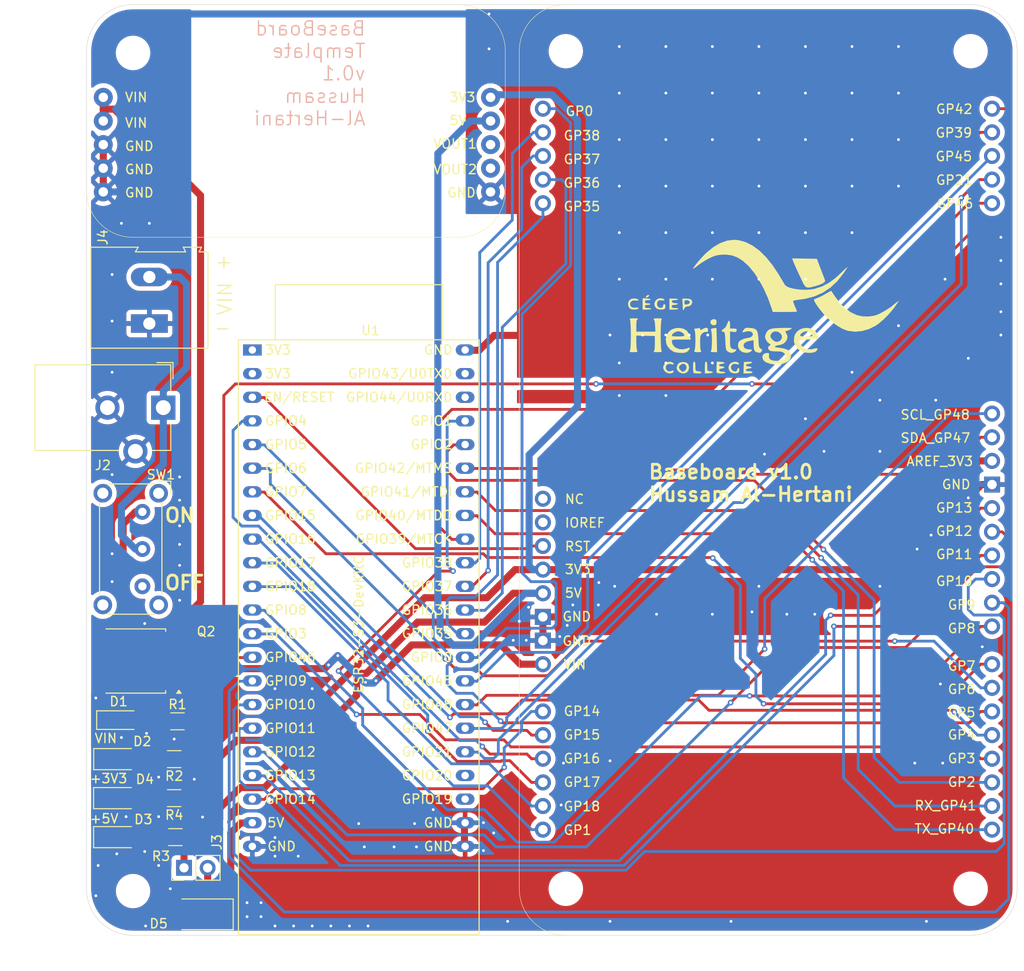
<source format=kicad_pcb>
(kicad_pcb (version 20240108) (generator "pcbnew") (generator_version "8.0")
  (layers (0 "F.Cu" signal) (31 "B.Cu" signal) (34 "B.Paste" user) (35 "F.Paste" user) (36 "B.SilkS" user "B.Silkscreen") (37 "F.SilkS" user "F.Silkscreen") (38 "B.Mask" user) (39 "F.Mask" user) (44 "Edge.Cuts" user))
  (net 0 "")
  (net 1 "Net-(D1-A)")
  (net 2 "VIN")
  (net 3 "Net-(D2-A)")
  (net 4 "GND")
  (net 5 "Net-(D3-A)")
  (net 6 "Net-(D4-A)")
  (net 8 "GP6")
  (net 9 "GP3")
  (net 10 "GP36")
  (net 11 "+3V3")
  (net 12 "GP17")
  (net 13 "GP42")
  (net 14 "GP8")
  (net 15 "GP48")
  (net 16 "GP18")
  (net 18 "GP40")
  (net 19 "GP9")
  (net 20 "GP14")
  (net 21 "GP37")
  (net 22 "+5V")
  (net 23 "GP10")
  (net 24 "GP7")
  (net 25 "~{RST}")
  (net 27 "GP45")
  (net 28 "GP46")
  (net 29 "GP12")
  (net 30 "GP4")
  (net 31 "GP35")
  (net 32 "GP16")
  (net 33 "GP5")
  (net 34 "GP1")
  (net 35 "GP0")
  (net 37 "GP39")
  (net 38 "GP38")
  (net 39 "GP41")
  (net 42 "GP21")
  (net 43 "GP11")
  (net 44 "GP13")
  (net 45 "GP15")
  (net 46 "GP2")
  (net 47 "GP47")
  (net 50 "/PWRA")
  (net 51 "/PWRB")
  (net 54 "/5V_AFT1")
  (net 55 "/5V_AFT2")
  (footprint "Resistor_SMD:R_1206_3216Metric_Pad1.30x1.75mm_HandSolder" (layer "F.Cu") (at 82.524 127.508)
    (property "Reference" "R1")
    (property "Value" "100k")
  )
  (footprint "Package_TO_SOT_SMD:TO-252-2" (layer "F.Cu") (at 77.944 121.03 180)
    (property "Reference" "Q2")
    (property "Value" "DMP6180SK3")
  )
  (footprint "myparts:BaseBoardTemplate" (layer "F.Cu") (at 122.75 100.5)
    (property "Reference" "J1" (hide yes))
    (property "Value" "BaseBoard" (hide yes))
    (fp_line (start -50 45) (end -50 -45) (stroke (width 0.05)) (layer "Edge.Cuts"))
    (fp_line (start -45 -50) (end 45 -50) (stroke (width 0.05)) (layer "Edge.Cuts"))
    (fp_line (start 45 50) (end -45 50) (stroke (width 0.05)) (layer "Edge.Cuts"))
    (fp_line (start 50 -45) (end 50 45) (stroke (width 0.05)) (layer "Edge.Cuts"))
    (fp_arc (start -50 -45) (mid -48.535534 -48.535534) (end -45 -50) (stroke (width 0.05)) (layer "Edge.Cuts"))
    (fp_arc (start -45 50) (mid -48.535534 48.535534) (end -50 45) (stroke (width 0.05)) (layer "Edge.Cuts"))
    (fp_arc (start 45 -50) (mid 48.535534 -48.535534) (end 50 -45) (stroke (width 0.05)) (layer "Edge.Cuts"))
    (fp_arc (start 50 45) (mid 48.535534 48.535534) (end 45 50) (stroke (width 0.05)) (layer "Edge.Cuts"))
  )
  (footprint "TerminalBlock:TerminalBlock_Altech_AK300-2_P5.00mm" (layer "F.Cu") (at 79.5 84.765 90)
    (property "Reference" "J4")
    (property "Value" "Screw_Terminal_01x02")
  )
  (footprint "Resistor_SMD:R_1206_3216Metric_Pad1.30x1.75mm_HandSolder" (layer "F.Cu") (at 82.169 135.763 180)
    (property "Reference" "R4")
    (property "Value" "470")
  )
  (footprint "Diode_SMD:D_SOD-123" (layer "F.Cu") (at 76.201 127.381)
    (property "Reference" "D1")
    (property "Value" "MMSZ52XXB")
  )
  (footprint "LED_SMD:LED_1206_3216Metric_Pad1.42x1.75mm_HandSolder" (layer "F.Cu") (at 75.972 139.954)
    (property "Reference" "D3")
    (property "Value" "LED")
  )
  (footprint "Button_Switch_THT:SW_E-Switch_EG1224_SPDT_Angled" (layer "F.Cu") (at 78.75 105 -90)
    (property "Reference" "SW1")
    (property "Value" "SW_SPDT")
  )
  (footprint "myparts:ESP32-S3-DevKitC" (layer "F.Cu") (at 90.57 87.60792)
    (property "Reference" "U1")
    (property "Value" "ESP32-S3-DevKitC")
  )
  (footprint "LED_SMD:LED_1206_3216Metric_Pad1.42x1.75mm_HandSolder" (layer "F.Cu") (at 75.972 135.763)
    (property "Reference" "D4")
    (property "Value" "LED")
  )
  (footprint "LED_SMD:LED_1206_3216Metric_Pad1.42x1.75mm_HandSolder" (layer "F.Cu") (at 75.9825 131.572)
    (property "Reference" "D2")
    (property "Value" "LED")
  )
  (footprint "Connector_PinHeader_2.54mm:PinHeader_1x02_P2.54mm_Vertical" (layer "F.Cu") (at 83.225 143.25 90)
    (property "Reference" "J3")
    (property "Value" "Conn_01x02")
  )
  (footprint "Resistor_SMD:R_1206_3216Metric_Pad1.30x1.75mm_HandSolder" (layer "F.Cu") (at 82.169 131.572 180)
    (property "Reference" "R2")
    (property "Value" "2.4k")
  )
  (footprint "logos:heritage-logo" (layer "F.Cu") (at 145.034 82.931)
    (property "Reference" "G***" (hide yes))
    (property "Value" "LOGO" (hide yes))
  )
  (footprint "Resistor_SMD:R_1206_3216Metric_Pad1.30x1.75mm_HandSolder" (layer "F.Cu") (at 82.296 139.954 180)
    (property "Reference" "R3")
    (property "Value" "470")
  )
  (footprint "Diode_SMD:D_SMA" (layer "F.Cu") (at 85 148.25 180)
    (property "Reference" "D5")
    (property "Value" "LSM115JE3")
  )
  (footprint "Connector_BarrelJack:BarrelJack_CUI_PJ-102AH_Horizontal" (layer "F.Cu") (at 81 93.8 -90)
    (property "Reference" "J2")
    (property "Value" "Barrel_Jack_Switch")
  )
  (gr_text "VIN" (at 88.519 83.982464 90) (layer "F.SilkS") (effects (font (size 1.5 1.5)) (justify left bottom)))
  (gr_text "Baseboard v1.0\nHussam Al-Hertani" (at 133 104 0) (layer "F.SilkS") (effects (font (size 1.5 1.5) (thickness 0.3) (bold yes)) (justify left bottom)))
  (gr_text "+5V" (at 73.025 138.557 0) (layer "F.SilkS") (effects (font (size 1 1)) (justify left bottom)))
  (gr_text "-" (at 86.36 86.106 0) (layer "F.SilkS") (effects (font (size 1.5 1.5)) (justify left bottom)))
  (gr_text "ON\n\n\nOFF" (at 81 113.5 0) (layer "F.SilkS") (effects (font (size 1.5 1.5) (thickness 0.3) (bold yes)) (justify left bottom)))
  (gr_text "VIN" (at 73.533 129.921 0) (layer "F.SilkS") (effects (font (size 1 1)) (justify left bottom)))
  (gr_text "+" (at 86.487 78.994 0) (layer "F.SilkS") (effects (font (size 1.5 1.5)) (justify left bottom)))
  (gr_text "+3V3" (at 73.025 134.239 0) (layer "F.SilkS") (effects (font (size 1 1)) (justify left bottom)))
  (segment (start 77.6725 127.4775) (end 80.9275 127.4775) (width 0.3048) (layer "F.Cu") (net 1))
  (segment (start 82.423 124.587) (end 82.55 124.587) (width 0.3048) (layer "F.Cu") (net 1))
  (segment (start 80.9275 127.4775) (end 80.9275 126.0825) (width 0.3048) (layer "F.Cu") (net 1))
  (segment (start 80.9275 127.4775) (end 80.95 127.5) (width 0.3048) (layer "F.Cu") (net 1))
  (segment (start 82.984 124.153) (end 82.984 123.31) (width 0.3048) (layer "F.Cu") (net 1))
  (segment (start 82.55 124.587) (end 82.984 124.153) (width 0.3048) (layer "F.Cu") (net 1))
  (segment (start 80.9275 126.0825) (end 82.423 124.587) (width 0.3048) (layer "F.Cu") (net 1))
  (segment (start 119.3502 121.37) (end 117.2802 119.3) (width 0.762) (layer "F.Cu") (net 2))
  (segment (start 82.984 116.66) (end 82.984 118.75) (width 0.762) (layer "F.Cu") (net 2))
  (segment (start 98.3544 121.8487) (end 86.36 121.8487) (width 0.762) (layer "F.Cu") (net 2))
  (segment (start 75.73 61.73) (end 85 71) (width 0.762) (layer "F.Cu") (net 2))
  (segment (start 86.36 121.8487) (end 84.6167 121.8487) (width 0.762) (layer "F.Cu") (net 2))
  (segment (start 98.7531 121.45) (end 99.7495 120.4536) (width 0.762) (layer "F.Cu") (net 2))
  (segment (start 79.728 125.25) (end 81.026 123.952) (width 0.762) (layer "F.Cu") (net 2))
  (segment (start 98.3544 121.8487) (end 98.75 121.4531) (width 0.762) (layer "F.Cu") (net 2))
  (segment (start 117.2802 119.3) (end 107.6986 119.3) (width 0.762) (layer "F.Cu") (net 2))
  (segment (start 74.55 60.46) (end 74.55 61.73) (width 0.762) (layer "F.Cu") (net 2))
  (segment (start 84.6167 121.8487) (end 82.984 120.216) (width 0.762) (layer "F.Cu") (net 2))
  (segment (start 121.79 121.37) (end 119.3502 121.37) (width 0.762) (layer "F.Cu") (net 2))
  (segment (start 83.719 131.572) (end 84.836 131.572) (width 0.762) (layer "F.Cu") (net 2))
  (segment (start 84.836 131.572) (end 86.36 130.048) (width 0.762) (layer "F.Cu") (net 2))
  (segment (start 82.984 118.75) (end 82.984 120.216) (width 0.762) (layer "F.Cu") (net 2))
  (segment (start 86.36 130.048) (end 86.36 121.8487) (width 0.762) (layer "F.Cu") (net 2))
  (segment (start 85 114.644) (end 82.984 116.66) (width 0.762) (layer "F.Cu") (net 2))
  (segment (start 74.55 61.73) (end 74.55 63) (width 0.762) (layer "F.Cu") (net 2))
  (segment (start 74.551 127.381) (end 74.551 127.656) (width 0.762) (layer "F.Cu") (net 2))
  (segment (start 74.551 126.199) (end 75.5 125.25) (width 0.762) (layer "F.Cu") (net 2))
  (segment (start 74.55 61.73) (end 75.73 61.73) (width 0.762) (layer "F.Cu") (net 2))
  (segment (start 81.026 122.174) (end 82.984 120.216) (width 0.762) (layer "F.Cu") (net 2))
  (segment (start 75.5 125.25) (end 79.728 125.25) (width 0.762) (layer "F.Cu") (net 2))
  (segment (start 98.75 121.45) (end 98.7531 121.45) (width 0.762) (layer "F.Cu") (net 2))
  (segment (start 85 71) (end 85 114.644) (width 0.762) (layer "F.Cu") (net 2))
  (segment (start 103.6105 123.3881) (end 102.803 123.3881) (width 0.762) (layer "F.Cu") (net 2))
  (segment (start 81.026 123.952) (end 81.026 122.174) (width 0.762) (layer "F.Cu") (net 2))
  (segment (start 107.6986 119.3) (end 103.6105 123.3881) (width 0.762) (layer "F.Cu") (net 2))
  (segment (start 98.75 121.4531) (end 98.75 121.45) (width 0.762) (layer "F.Cu") (net 2))
  (segment (start 102.803 123.3881) (end 102.7318 123.3169) (width 0.762) (layer "F.Cu") (net 2))
  (segment (start 74.551 127.381) (end 74.551 126.199) (width 0.762) (layer "F.Cu") (net 2))
  (via (at 98.75 121.45) (size 0.6) (drill 0.3) (layers "F.Cu" "B.Cu") (net 2))
  (via (at 102.7318 123.3169) (size 0.7) (drill 0.3) (layers "F.Cu" "B.Cu") (net 2))
  (via (at 99.7495 120.4536) (size 0.7) (drill 0.3) (layers "F.Cu" "B.Cu") (net 2))
  (via (at 103.85 123.15) (size 0.6) (drill 0.3) (layers "F.Cu" "B.Cu") (net 2))
  (segment (start 103.6 123.4) (end 103.85 123.15) (width 0.762) (layer "B.Cu") (net 2))
  (segment (start 102.7318 123.3169) (end 102.8149 123.4) (width 0.762) (layer "B.Cu") (net 2))
  (segment (start 102.6128 123.3169) (end 102.7318 123.3169) (width 0.762) (layer "B.Cu") (net 2))
  (segment (start 103.5 123.4) (end 103.6 123.4) (width 0.762) (layer "B.Cu") (net 2))
  (segment (start 103.85 123.15) (end 103.881408 123.118592) (width 0.762) (layer "B.Cu") (net 2))
  (segment (start 102.8149 123.4) (end 103.5 123.4) (width 0.762) (layer "B.Cu") (net 2))
  (segment (start 99.7495 120.4536) (end 99.7464 120.4536) (width 0.762) (layer "B.Cu") (net 2))
  (segment (start 99.7464 120.4536) (end 98.755642 121.444358) (width 0.762) (layer "B.Cu") (net 2))
  (segment (start 99.7495 120.4536) (end 102.6128 123.3169) (width 0.762) (layer "B.Cu") (net 2))
  (segment (start 80.619 131.572) (end 77.47 131.572) (width 0.3048) (layer "F.Cu") (net 3))
  (segment (start 125.2 116.29) (end 121.79 116.29) (width 0.762) (layer "F.Cu") (net 4))
  (segment (start 132.5 86) (end 132.5421 86.0421) (width 0.762) (layer "F.Cu") (net 4))
  (segment (start 129.5 113) (end 127.75 114.75) (width 0.762) (layer "F.Cu") (net 4))
  (segment (start 132.4579 86.0421) (end 132.5 86) (width 0.762) (layer "F.Cu") (net 4))
  (segment (start 139.4579 86.0421) (end 139.5 86) (width 0.762) (layer "F.Cu") (net 4))
  (segment (start 139.5421 86.0421) (end 139.9579 86.0421) (width 0.762) (layer "F.Cu") (net 4))
  (segment (start 128.9579 86.0421) (end 129 86) (width 0.762) (layer "F.Cu") (net 4))
  (segment (start 132.5421 86.0421) (end 134.9579 86.0421) (width 0.762) (layer "F.Cu") (net 4))
  (segment (start 121.3864 86.0421) (end 116.5406 86.0421) (width 0.762) (layer "F.Cu") (net 4))
  (segment (start 135.0421 86.0421) (end 137.4579 86.0421) (width 0.762) (layer "F.Cu") (net 4))
  (segment (start 134.9579 86.0421) (end 135 86) (width 0.762) (layer "F.Cu") (net 4))
  (segment (start 139.9579 86.0421) (end 140 86) (width 0.762) (layer "F.Cu") (net 4))
  (segment (start 129 86) (end 129.0421 86.0421) (width 0.762) (layer "F.Cu") (net 4))
  (segment (start 127.75 114.75) (end 127.75 115) (width 0.762) (layer "F.Cu") (net 4))
  (segment (start 137.4579 86.0421) (end 137.5 86) (width 0.762) (layer "F.Cu") (net 4))
  (segment (start 137.5421 86.0421) (end 139.4579 86.0421) (width 0.762) (layer "F.Cu") (net 4))
  (segment (start 126.0421 86.0421) (end 128.9579 86.0421) (width 0.762) (layer "F.Cu") (net 4))
  (segment (start 126.21 116.29) (end 125.2 116.29) (width 0.762) (layer "F.Cu") (net 4))
  (segment (start 74.55 68.08) (end 74.55 70.62) (width 0.762) (layer "F.Cu") (net 4))
  (segment (start 126 86) (end 126.0421 86.0421) (width 0.762) (layer "F.Cu") (net 4))
  (segment (start 113.36 87.64) (end 114.9427 87.64) (width 0.762) (layer "F.Cu") (net 4))
  (segment (start 116.5406 86.0421) (end 114.9427 87.64) (width 0.762) (layer "F.Cu") (net 4))
  (segment (start 121.3864 86.0421) (end 125.9579 86.0421) (width 0.762) (layer "F.Cu") (net 4))
  (segment (start 125.9579 86.0421) (end 126 86) (width 0.762) (layer "F.Cu") (net 4))
  (segment (start 135 86) (end 135.0421 86.0421) (width 0.762) (layer "F.Cu") (net 4))
  (segment (start 129.0421 86.0421) (end 132.4579 86.0421) (width 0.762) (layer "F.Cu") (net 4))
  (segment (start 158 113) (end 145 113) (width 0.762) (layer "F.Cu") (net 4))
  (segment (start 127.75 115) (end 127.5 115) (width 0.762) (layer "F.Cu") (net 4))
  (segment (start 127.5 115) (end 126.21 116.29) (width 0.762) (layer "F.Cu") (net 4))
  (segment (start 113.36 138.44) (end 113.36 140.98) (width 0.762) (layer "F.Cu") (net 4))
  (segment (start 145 113) (end 129.5 113) (width 0.762) (layer "F.Cu") (net 4))
  (segment (start 121.79 116.29) (end 121.79 118.83) (width 0.762) (layer "F.Cu") (net 4))
  (segment (start 170.05 102.066) (end 168.934 102.066) (width 0.762) (layer "F.Cu") (net 4))
  (segment (start 168.934 102.066) (end 158 113) (width 0.762) (layer "F.Cu") (net 4))
  (segment (start 137.5 86) (end 137.5421 86.0421) (width 0.762) (layer "F.Cu") (net 4))
  (segment (start 74.55 65.54) (end 74.55 68.08) (width 0.762) (layer "F.Cu") (net 4))
  (segment (start 139.5 86) (end 139.5421 86.0421) (width 0.762) (layer "F.Cu") (net 4))
  (via (at 150 70) (size 0.6) (drill 0.3) (layers "F.Cu" "B.Cu") (net 4))
  (via (at 160 65) (size 0.6) (drill 0.3) (layers "F.Cu" "B.Cu") (net 4))
  (via (at 76 141.75) (size 0.6) (drill 0.3) (layers "F.Cu" "B.Cu") (net 4))
  (via (at 145 60) (size 0.6) (drill 0.3) (layers "F.Cu" "B.Cu") (net 4))
  (via (at 79 117) (size 0.6) (drill 0.3) (layers "F.Cu" "B.Cu") (net 4))
  (via (at 123.75 136.5) (size 0.6) (drill 0.3) (layers "F.Cu" "B.Cu") (net 4))
  (via (at 160 60) (size 0.6) (drill 0.3) (layers "F.Cu" "B.Cu") (net 4))
  (via (at 155 90) (size 0.6) (drill 0.3) (layers "F.Cu" "B.Cu") (net 4))
  (via (at 81.75 145.5) (size 0.6) (drill 0.3) (layers "F.Cu" "B.Cu") (net 4))
  (via (at 140 116) (size 0.6) (drill 0.3) (layers "F.Cu" "B.Cu") (net 4))
  (via (at 140 89) (size 0.6) (drill 0.3) (layers "F.Cu" "B.Cu") (net 4))
  (via (at 129 131.75) (size 0.6) (drill 0.3) (layers "F.Cu" "B.Cu") (net 4))
  (via (at 80.5 143) (size 0.6) (drill 0.3) (layers "F.Cu" "B.Cu") (net 4))
  (via (at 116 55.25) (size 0.6) (drill 0.3) (layers "F.Cu" "B.Cu") (net 4))
  (via (at 134 116) (size 0.6) (drill 0.3) (layers "F.Cu" "B.Cu") (net 4))
  (via (at 99 149.5) (size 0.6) (drill 0.3) (layers "F.Cu" "B.Cu") (net 4))
  (via (at 150 60) (size 0.6) (drill 0.3) (layers "F.Cu" "B.Cu") (net 4))
  (via (at 75.5 90) (size 0.6) (drill 0.3) (layers "F.Cu" "B.Cu") (net 4))
  (via (at 140 70) (size 0.6) (drill 0.3) (layers "F.Cu" "B.Cu") (net 4))
  (via (at 130 75) (size 0.6) (drill 0.3) (layers "F.Cu" "B.Cu") (net 4))
  (via (at 110 137) (size 0.6) (drill 0.3) (layers "F.Cu" "B.Cu") (net 4))
  (via (at 137.5 86) (size 0.6) (drill 0.3) (layers "F.Cu" "B.Cu") (net 4))
  (via (at 74 143) (size 0.6) (drill 0.3) (layers "F.Cu" "B.Cu") (net 4))
  (via (at 93 142) (size 0.6) (drill 0.3) (layers "F.Cu" "B.Cu") (net 4))
  (via (at 82.169 129.413) (size 0.6) (drill 0.3) (layers "F.Cu" "B.Cu") (net 4))
  (via (at 171 86) (size 0.6) (drill 0.3) (layers "F.Cu" "B.Cu") (net 4))
  (via (at 171 83.5) (size 0.6) (drill 0.3) (layers "F.Cu" "B.Cu") (net 4))
  (via (at 90 148.5) (size 0.6) (drill 0.3) (layers "F.Cu" "B.Cu") (net 4))
  (via (at 116.5 139.5) (size 0.6) (drill 0.3) (layers "F.Cu" "B.Cu") (net 4))
  (via (at 144.25 115.75) (size 0.6) (drill 0.3) (layers "F.Cu" "B.Cu") (net 4))
  (via (at 160 85) (size 0.6) (drill 0.3) (layers "F.Cu" "B.Cu") (net 4))
  (via (at 127.8 112.6) (size 0.6) (drill 0.3) (layers "F.Cu" "B.Cu") (net 4))
  (via (at 108 138.5) (size 0.6) (drill 0.3) (layers "F.Cu" "B.Cu") (net 4))
  (via (at 135 70) (size 0.6) (drill 0.3) (layers "F.Cu" "B.Cu") (net 4))
  (via (at 140 55) (size 0.6) (drill 0.3) (layers "F.Cu" "B.Cu") (net 4))
  (via (at 123.6 118.4) (size 0.6) (drill 0.3) (layers "F.Cu" "B.Cu") (net 4))
  (via (at 102.6 141) (size 0.6) (drill 0.3) (layers "F.Cu" "B.Cu") (net 4))
  (via (at 171 78) (size 0.6) (drill 0.3) (layers "F.Cu" "B.Cu") (net 4))
  (via (at 103 149.5) (size 0.6) (drill 0.3) (layers "F.Cu" "B.Cu") (net 4))
  (via (at 102 138.5) (size 0.6) (drill 0.3) (layers "F.Cu" "B.Cu") (net 4))
  (via (at 82.75 108.5) (size 0.6) (drill 0.3) (layers "F.Cu" "B.Cu") (net 4))
  (via (at 145 55) (size 0.6) (drill 0.3) (layers "F.Cu" "B.Cu") (net 4))
  (via (at 130 65) (size 0.6) (drill 0.3) (layers "F.Cu" "B.Cu") (net 4))
  (via (at 124.4 117.2) (size 0.6) (drill 0.3) (layers "F.Cu" "B.Cu") (net 4))
  (via (at 105.8 141) (size 0.6) (drill 0.3) (layers "F.Cu" "B.Cu") (net 4))
  (via (at 76.5 129.25) (size 0.6) (drill 0.3) (layers "F.Cu" "B.Cu") (net 4))
  (via (at 135 65) (size 0.6) (drill 0.3) (layers "F.Cu" "B.Cu") (net 4))
  (via (at 84.328 133.731) (size 0.6) (drill 0.3) (layers "F.Cu" "B.Cu") (net 4))
  (via (at 164.75 132) (size 0.6) (drill 0.3) (layers "F.Cu" "B.Cu") (net 4))
  (via (at 120.25 115.25) (size 0.6) (drill 0.3) (layers "F.Cu" "B.Cu") (net 4))
  (via (at 130 55) (size 0.6) (drill 0.3) (layers "F.Cu" "B.Cu") (net 4))
  (via (at 150 95) (size 0.6) (drill 0.3) (layers "F.Cu" "B.Cu") (net 4))
  (via (at 75.5 79.5) (size 0.6) (drill 0.3) (layers "F.Cu" "B.Cu") (net 4))
  (via (at 120 118.8) (size 0.6) (drill 0.3) (layers "F.Cu" "B.Cu") (net 4))
  (via (at 139.5 86) (size 0.6) (drill 0.3) (layers "F.Cu" "B.Cu") (net 4))
  (via (at 79.5 74) (size 0.6) (drill 0.3) (layers "F.Cu" "B.Cu") (net 4))
  (via (at 130 80) (size 0.6) (drill 0.3) (layers "F.Cu" "B.Cu") (net 4))
  (via (at 167.5 88.5) (size 0.6) (drill 0.3) (layers "F.Cu" "B.Cu") (net 4))
  (via (at 118 149) (size 0.6) (drill 0.3) (layers "F.Cu" "B.Cu") (net 4))
  (via (at 130 92.5) (size 0.6) (drill 0.3) (layers "F.Cu" "B.Cu") (net 4))
  (via (at 155 60) (size 0.6) (drill 0.3) (layers "F.Cu" "B.Cu") (net 4))
  (via (at 155 75) (size 0.6) (drill 0.3) (layers "F.Cu" "B.Cu") (net 4))
  (via (at 82.75 103.75) (size 0.6) (drill 0.3) (layers "F.Cu" "B.Cu") (net 4))
  (via (at 124 132) (size 0.6) (drill 0.3) (layers "F.Cu" "B.Cu") (net 4))
  (via (at 80.5 133.5) (size 0.6) (drill 0.3) (layers "F.Cu" "B.Cu") (net 4))
  (via (at 82.75 101.25) (size 0.6) (drill 0.3) (layers "F.Cu" "B.Cu") (net 4))
  (via (at 77 137.75) (size 0.6) (drill 0.3) (layers "F.Cu" "B.Cu") (net 4))
  (via (at 132.5 86) (size 0.6) (drill 0.3) (layers "F.Cu" "B.Cu") (net 4))
  (via (at 164 93) (size 0.6) (drill 0.3) (layers "F.Cu" "B.Cu") (net 4))
  (via (at 116 51.5) (size 0.7) (drill 0.3) (layers "F.Cu" "B.Cu") (net 4))
  (via (at 164.5 123.5) (size 0.6) (drill 0.3) (layers "F.Cu" "B.Cu") (net 4))
  (via (at 165 80) (size 0.6) (drill 0.3) (layers "F.Cu" "B.Cu") (net 4))
  (via (at 135 86) (size 0.6) (drill 0.3) (layers "F.Cu" "B.Cu") (net 4))
  (via (at 142 149) (size 0.6) (drill 0.3) (layers "F.Cu" "B.Cu") (net 4))
  (via (at 162 109) (size 0.6) (drill 0.3) (layers "F.Cu" "B.Cu") (net 4))
  (via (at 82.75 114.5) (size 0.6) (drill 0.3) (layers "F.Cu" "B.Cu") (net 4))
  (via (at 140 60) (size 0.6) (drill 0.3) (layers "F.Cu" "B.Cu") (net 4))
  (via (at 80.5 137.75) (size 0.6) (drill 0.3) (layers "F.Cu" "B.Cu") (net 4))
  (via (at 79.2 128.8) (size 0.6) (drill 0.3) (layers "F.Cu" "B.Cu") (net 4))
  (via (at 160 70) (size 0.6) (drill 0.3) (layers "F.Cu" "B.Cu") (net 4))
  (via (at 130 70) (size 0.6) (drill 0.3) (layers "F.Cu" "B.Cu") (net 4))
  (via (at 127.75 115) (size 0.6) (drill 0.3) (layers "F.Cu" "B.Cu") (net 4))
  (via (at 82.75 110.75) (size 0.6) (drill 0.3) (layers "F.Cu" "B.Cu") (net 4))
  (via (at 129.5 113) (size 0.6) (drill 0.3) (layers "F.Cu" "B.Cu") (net 4))
  (via (at 91.5 148.5) (size 0.6) (drill 0.3) (layers "F.Cu" "B.Cu") (net 4))
  (via (at 155 55) (size 0.6) (drill 0.3) (layers "F.Cu" "B.Cu") (net 4))
  (via (at 85.217 137.795) (size 0.6) (drill 0.3) (layers "F.Cu" "B.Cu") (net 4))
  (via (at 97 149.5) (size 0.6) (drill 0.3) (layers "F.Cu" "B.Cu") (net 4))
  (via (at 145 113) (size 0.6) (drill 0.3) (layers "F.Cu" "B.Cu") (net 4))
  (via (at 135 80) (size 0.6) (drill 0.3) (layers "F.Cu" "B.Cu") (net 4))
  (via (at 145 75) (size 0.6) (drill 0.3) (layers "F.Cu" "B.Cu") (net 4))
  (via (at 130 60) (size 0.6) (drill 0.3) (layers "F.Cu" "B.Cu") (net 4))
  (via (at 118.6 118.8) (size 0.6) (drill 0.3) (layers "F.Cu" "B.Cu") (net 4))
  (via (at 145.6 98.8) (size 0.6) (drill 0.3) (layers "F.Cu" "B.Cu") (net 4))
  (via (at 155 70) (size 0.6) (drill 0.3) (layers "F.Cu" "B.Cu") (net 4))
  (via (at 115.4 141.4) (size 0.6) (drill 0.3) (layers "F.Cu" "B.Cu") (net 4))
  (via (at 119.25 116.75) (size 0.6) (drill 0.3) (layers "F.Cu" "B.Cu") (net 4))
  (via (at 158 93) (size 0.6) (drill 0.3) (layers "F.Cu" "B.Cu") (net 4))
  (via (at 93 124) (size 0.6) (drill 0.3) (layers "F.Cu" "B.Cu") (net 4))
  (via (at 75.5 109.5) (size 0.6) (drill 0.3) (layers "F.Cu" "B.Cu") (net 4))
  (via (at 171 80.5) (size 0.6) (drill 0.3) (layers "F.Cu" "B.Cu") (net 4))
  (via (at 150 65) (size 0.6) (drill 0.3) (layers "F.Cu" "B.Cu") (net 4))
  (via (at 130 89) (size 0.6) (drill 0.3) (layers "F.Cu" "B.Cu") (net 4))
  (via (at 140 75) (size 0.6) (drill 0.3) (layers "F.Cu" "B.Cu") (net 4))
  (via (at 148 116) (size 0.6) (drill 0.3) (layers "F.Cu" "B.Cu") (net 4))
  (via (at 135 60) (size 0.6) (drill 0.3) (layers "F.Cu" "B.Cu") (net 4))
  (via (at 93 149.5) (size 0.6) (drill 0.3) (layers "F.Cu" "B.Cu") (net 4))
  (via (at 158 98.5) (size 0.6) (drill 0.3) (layers "F.Cu" "B.Cu") (net 4))
  (via (at 101 149.5) (size 0.6) (drill 0.3) (layers "F.Cu" "B.Cu") (net 4))
  (via (at 160 55) (size 0.6) (drill 0.3) (layers "F.Cu" "B.Cu") (net 4))
  (via (at 171 75.5) (size 0.6) (drill 0.3) (layers "F.Cu" "B.Cu") (net 4))
  (via (at 82.75 106.5) (size 0.6) (drill 0.3) (layers "F.Cu" "B.Cu") (net 4))
  (via (at 97 124) (size 0.6) (drill 0.3) (layers "F.Cu" "B.Cu") (net 4))
  (via (at 73.75 146.25) (size 0.6) (drill 0.3) (layers "F.Cu" "B.Cu") (net 4))
  (via (at 76.5 74) (size 0.6) (drill 0.3) (layers "F.Cu" "B.Cu") (net 4))
  (via (at 79 141.5) (size 0.6) (drill 0.3) (layers "F.Cu" "B.Cu") (net 4))
  (via (at 90 147) (size 0.6) (drill 0.3) (layers "F.Cu" "B.Cu") (net 4))
  (via (at 145 65) (size 0.6) (drill 0.3) (layers "F.Cu" "B.Cu") (net 4))
  (via (at 108.2 141) (size 0.6) (drill 0.3) (layers "F.Cu" "B.Cu") (net 4))
  (via (at 140 80) (size 0.6) (drill 0.3) (layers "F.Cu" "B.Cu") (net 4))
  (via (at 169 119.5) (size 0.6) (drill 0.3) (layers "F.Cu" "B.Cu") (net 4))
  (via (at 75.5 101) (size 0.6) (drill 0.3) (layers "F.Cu" "B.Cu") (net 4))
  (via (at 75.5 112.5) (size 0.6) (drill 0.3) (layers "F.Cu" "B.Cu") (net 4))
  (via (at 145 80) (size 0.6) (drill 0.3) (layers "F.Cu" "B.Cu") (net 4))
  (via (at 152 98.5) (size 0.6) (drill 0.3) (layers "F.Cu" "B.Cu") (net 4))
  (via (at 91.5 147) (size 0.6) (drill 0.3) (layers "F.Cu" "B.Cu") (net 4))
  (via (at 135 92.5) (size 0.6) (drill 0.3) (layers "F.Cu" "B.Cu") (net 4))
  (via (at 129 86) (size 0.6) (drill 0.3) (layers "F.Cu" "B.Cu") (net 4))
  (via (at 151 116) (size 0.6) (drill 0.3) (layers "F.Cu" "B.Cu") (net 4))
  (via (at 95.5 142) (size 0.6) (drill 0.3) (layers "F.Cu" "B.Cu") (net 4))
  (via (at 75.5 84.5) (size 0.6) (drill 0.3) (layers "F.Cu" "B.Cu") (net 4))
  (via (at 73.75 125) (size 0.6) (drill 0.3) (layers "F.Cu" "B.Cu") (net 4))
  (via (at 150 55) (size 0.6) (drill 0.3) (layers "F.Cu" "B.Cu") (net 4))
  (via (at 135 55) (size 0.6) (drill 0.3) (layers "F.Cu" "B.Cu") (net 4))
  (via (at 115.4 138.4) (size 0.6) (drill 0.3) (layers "F.Cu" "B.Cu") (net 4))
  (via (at 167.5 103.5) (size 0.6) (drill 0.3) (layers "F.Cu" "B.Cu") (net 4))
  (via (at 135 75) (size 0.6) (drill 0.3) (layers "F.Cu" "B.Cu") (net 4))
  (via (at 135 89) (size 0.6) (drill 0.3) (layers "F.Cu" "B.Cu") (net 4))
  (via (at 150 75) (size 0.6) (drill 0.3) (layers "F.Cu" "B.Cu") (net 4))
  (via (at 93 140) (size 0.6) (drill 0.3) (layers "F.Cu" "B.Cu") (net 4))
  (via (at 158 113) (size 0.6) (drill 0.3) (layers "F.Cu" "B.Cu") (net 4))
  (via (at 161.75 132) (size 0.6) (drill 0.3) (layers "F.Cu" "B.Cu") (net 4))
  (via (at 79.1 149.5) (size 0.6) (drill 0.3) (layers "F.Cu" "B.Cu") (net 4))
  (via (at 150 80) (size 0.6) (drill 0.3) (layers "F.Cu" "B.Cu") (net 4))
  (via (at 95 149.5) (size 0.6) (drill 0.3) (layers "F.Cu" "B.Cu") (net 4))
  (via (at 125 115) (size 0.6) (drill 0.3) (layers "F.Cu" "B.Cu") (net 4))
  (via (at 155 65) (size 0.6) (drill 0.3) (layers "F.Cu" "B.Cu") (net 4))
  (via (at 163 149) (size 0.6) (drill 0.3) (layers "F.Cu" "B.Cu") (net 4))
  (via (at 163.5 107.5) (size 0.6) (drill 0.3) (layers "F.Cu" "B.Cu") (net 4))
  (via (at 140 65) (size 0.6) (drill 0.3) (layers "F.Cu" "B.Cu") (net 4))
  (via (at 129 149) (size 0.6) (drill 0.3) (layers "F.Cu" "B.Cu") (net 4))
  (via (at 145 70) (size 0.6) (drill 0.3) (layers "F.Cu" "B.Cu") (net 4))
  (segment (start 81.5 52.5) (end 81.5 58) (width 0.762) (layer "B.Cu") (net 4))
  (segment (start 116 51.5) (end 82.5 51.5) (width 0.762) (layer "B.Cu") (net 4))
  (segment (start 82.5 51.5) (end 81.5 52.5) (width 0.762) (layer "B.Cu") (net 4))
  (segment (start 81.5 58) (end 79 60.5) (width 0.762) (layer "B.Cu") (net 4))
  (segment (start 77.38 70.62) (end 74.55 70.62) (width 0.762) (layer "B.Cu") (net 4))
  (segment (start 79 60.5) (end 79 69) (width 0.762) (layer "B.Cu") (net 4))
  (segment (start 79 69) (end 77.38 70.62) (width 0.762) (layer "B.Cu") (net 4))
  (segment (start 80.746 139.954) (end 77.4595 139.954) (width 0.3048) (layer "F.Cu") (net 5))
  (segment (start 80.619 135.763) (end 77.4595 135.763) (width 0.3048) (layer "F.Cu") (net 6))
  (segment (start 111.3013 120.8096) (end 112.4217 121.93) (width 0.3048) (layer "F.Cu") (net 8))
  (segment (start 122.3005 122.613) (end 126.0191 118.8944) (width 0.3048) (layer "F.Cu") (net 8))
  (segment (start 114.7126 121.93) (end 115.3956 122.613) (width 0.3048) (layer "F.Cu") (net 8))
  (segment (start 112.4217 121.93) (end 114.7126 121.93) (width 0.3048) (layer "F.Cu") (net 8))
  (segment (start 126.0191 118.8944) (end 159.5933 118.8944) (width 0.3048) (layer "F.Cu") (net 8))
  (segment (start 115.3956 122.613) (end 122.3005 122.613) (width 0.3048) (layer "F.Cu") (net 8))
  (via (at 111.3013 120.8096) (size 0.6) (drill 0.3) (layers "F.Cu" "B.Cu") (net 8))
  (via (at 159.5933 118.8944) (size 0.6) (drill 0.3) (layers "F.Cu" "B.Cu") (net 8))
  (segment (start 163.8168 118.8945) (end 159.5933 118.8945) (width 0.3048) (layer "B.Cu") (net 8))
  (segment (start 92.5 100.5) (end 92.5 102.0083) (width 0.3048) (layer "B.Cu") (net 8))
  (segment (start 90.5 100.34) (end 92.34 100.34) (width 0.3048) (layer "B.Cu") (net 8))
  (segment (start 159.5933 118.8945) (end 159.5933 118.8944) (width 0.3048) (layer "B.Cu") (net 8))
  (segment (start 168.8323 123.91) (end 163.8168 118.8945) (width 0.3048) (layer "B.Cu") (net 8))
  (segment (start 92.34 100.34) (end 92.5 100.5) (width 0.3048) (layer "B.Cu") (net 8))
  (segment (start 92.5 102.0083) (end 111.3013 120.8096) (width 0.3048) (layer "B.Cu") (net 8))
  (segment (start 170.05 123.91) (end 168.8323 123.91) (width 0.3048) (layer "B.Cu") (net 8))
  (segment (start 167.5608 130.2585) (end 118.3514 130.2585) (width 0.3048) (layer "F.Cu") (net 9))
  (segment (start 108.5535 126.7704) (end 101.7674 126.7704) (width 0.3048) (layer "F.Cu") (net 9))
  (segment (start 117.5879 129.495) (end 111.2781 129.495) (width 0.3048) (layer "F.Cu") (net 9))
  (segment (start 168.8323 131.53) (end 167.5608 130.2585) (width 0.3048) (layer "F.Cu") (net 9))
  (segment (start 118.3514 130.2585) (end 117.5879 129.495) (width 0.3048) (layer "F.Cu") (net 9))
  (segment (start 111.2781 129.495) (end 108.5535 126.7704) (width 0.3048) (layer "F.Cu") (net 9))
  (segment (start 170.05 131.53) (end 168.8323 131.53) (width 0.3048) (layer "F.Cu") (net 9))
  (via (at 101.7674 126.7704) (size 0.6) (drill 0.3) (layers "F.Cu" "B.Cu") (net 9))
  (segment (start 101.7674 126.7704) (end 93.117 118.12) (width 0.3048) (layer "B.Cu") (net 9))
  (segment (start 93.117 118.12) (end 91.8541 118.12) (width 0.3048) (layer "B.Cu") (net 9))
  (segment (start 90.5 118.12) (end 91.8541 118.12) (width 0.3048) (layer "B.Cu") (net 9))
  (segment (start 113.36 115.58) (end 115.56705 115.58) (width 0.3048) (layer "B.Cu") (net 10))
  (segment (start 117.4247 85.1677) (end 124.2618 78.3306) (width 0.3048) (layer "B.Cu") (net 10))
  (segment (start 124.2618 78.3306) (end 124.2618 69.7618) (width 0.3048) (layer "B.Cu") (net 10))
  (segment (start 123.8 69.3) (end 121.79 69.3) (width 0.3048) (layer "B.Cu") (net 10))
  (segment (start 115.56705 115.58) (end 117.4247 113.72235) (width 0.3048) (layer "B.Cu") (net 10))
  (segment (start 117.4247 113.72235) (end 117.4247 85.1677) (width 0.3048) (layer "B.Cu") (net 10))
  (segment (start 124.2618 69.7618) (end 123.8 69.3) (width 0.3048) (layer "B.Cu") (net 10))
  (segment (start 118.798 111.21) (end 115.7812 114.2268) (width 0.762) (layer "F.Cu") (net 11))
  (segment (start 123.2363 111.21) (end 156.9197 111.21) (width 0.762) (layer "F.Cu") (net 11))
  (segment (start 86.614 134.62) (end 85.471 135.763) (width 0.762) (layer "F.Cu") (net 11))
  (segment (start 85.471 135.763) (end 83.719 135.763) (width 0.762) (layer "F.Cu") (net 11))
  (segment (start 88.89 129.55) (end 86.614 131.826) (width 0.762) (layer "F.Cu") (net 11))
  (segment (start 121.79 111.21) (end 118.798 111.21) (width 0.762) (layer "F.Cu") (net 11))
  (segment (start 156.9197 111.21) (end 168.6037 99.526) (width 0.762) (layer "F.Cu") (net 11))
  (segment (start 121.79 111.21) (end 123.2363 111.21) (width 0.762) (layer "F.Cu") (net 11))
  (segment (start 93.7731 129.55) (end 88.89 129.55) (width 0.762) (layer "F.Cu") (net 11))
  (segment (start 109.0963 114.2268) (end 93.7731 129.55) (width 0.762) (layer "F.Cu") (net 11))
  (segment (start 86.614 131.826) (end 86.614 134.62) (width 0.762) (layer "F.Cu") (net 11))
  (segment (start 170.05 99.526) (end 168.6037 99.526) (width 0.762) (layer "F.Cu") (net 11))
  (segment (start 115.7812 114.2268) (end 109.0963 114.2268) (width 0.762) (layer "F.Cu") (net 11))
  (segment (start 125.5 93.677) (end 120.3119 98.8651) (width 0.762) (layer "B.Cu") (net 11))
  (segment (start 120.3119 98.8651) (end 120.3119 110.8119) (width 0.762) (layer "B.Cu") (net 11))
  (segment (start 120.71 111.21) (end 121.79 111.21) (width 0.762) (layer "B.Cu") (net 11))
  (segment (start 120.3119 110.8119) (end 120.71 111.21) (width 0.762) (layer "B.Cu") (net 11))
  (segment (start 125.5 62.8916) (end 125.5 93.677) (width 0.762) (layer "B.Cu") (net 11))
  (segment (start 116.4483 60.1767) (end 122.7851 60.1767) (width 0.762) (layer "B.Cu") (net 11))
  (segment (start 116.165 60.46) (end 116.4483 60.1767) (width 0.762) (layer "B.Cu") (net 11))
  (segment (start 122.7851 60.1767) (end 125.5 62.8916) (width 0.762) (layer "B.Cu") (net 11))
  (segment (start 118.2404 131.7381) (end 120.5723 134.07) (width 0.3048) (layer "F.Cu") (net 12))
  (segment (start 121.79 134.07) (end 120.5723 134.07) (width 0.3048) (layer "F.Cu") (net 12))
  (segment (start 117.3361 131.7381) (end 118.2404 131.7381) (width 0.3048) (layer "F.Cu") (net 12))
  (segment (start 112.5659 131.8082) (end 117.266 131.8082) (width 0.3048) (layer "F.Cu") (net 12))
  (segment (start 117.266 131.8082) (end 117.3361 131.7381) (width 0.3048) (layer "F.Cu") (net 12))
  (segment (start 109.4127 128.5728) (end 109.4127 128.655) (width 0.3048) (layer "F.Cu") (net 12))
  (segment (start 109.4127 128.655) (end 112.5659 131.8082) (width 0.3048) (layer "F.Cu") (net 12))
  (via (at 109.4127 128.5728) (size 0.6) (drill 0.3) (layers "F.Cu" "B.Cu") (net 12))
  (segment (start 90.5 110.5) (end 93.087804 110.5) (width 0.3048) (layer "B.Cu") (net 12))
  (segment (start 109.4127 126.824896) (end 109.4127 128.5728) (width 0.3048) (layer "B.Cu") (net 12))
  (segment (start 93.087804 110.5) (end 109.4127 126.824896) (width 0.3048) (layer "B.Cu") (net 12))
  (segment (start 168.75 74) (end 170.25 74) (width 0.3048) (layer "F.Cu") (net 13))
  (segment (start 134.8818 100.5) (end 142.25 100.5) (width 0.3048) (layer "F.Cu") (net 13))
  (segment (start 171.43 61.68) (end 170.05 61.68) (width 0.3048) (layer "F.Cu") (net 13))
  (segment (start 142.25 100.5) (end 168.75 74) (width 0.3048) (layer "F.Cu") (net 13))
  (segment (start 172 72.25) (end 172 62.25) (width 0.3048) (layer "F.Cu") (net 13))
  (segment (start 113.36 100.34) (end 134.7218 100.34) (width 0.3048) (layer "F.Cu") (net 13))
  (segment (start 134.7218 100.34) (end 134.8818 100.5) (width 0.3048) (layer "F.Cu") (net 13))
  (segment (start 170.25 74) (end 172 72.25) (width 0.3048) (layer "F.Cu") (net 13))
  (segment (start 172 62.25) (end 171.43 61.68) (width 0.3048) (layer "F.Cu") (net 13))
  (segment (start 144 124.7814) (end 161.3569 124.7814) (width 0.3048) (layer "F.Cu") (net 14))
  (segment (start 168.8323 117.306) (end 170.05 117.306) (width 0.3048) (layer "F.Cu") (net 14))
  (segment (start 161.3569 124.7814) (end 168.8323 117.306) (width 0.3048) (layer "F.Cu") (net 14))
  (via (at 144 124.7814) (size 0.6) (drill 0.3) (layers "F.Cu" "B.Cu") (net 14))
  (segment (start 115.509 137) (end 111.5 137) (width 0.3048) (layer "B.Cu") (net 14))
  (segment (start 111.5 137) (end 102.4215 127.9215) (width 0.3048) (layer "B.Cu") (net 14))
  (segment (start 144 124.7814) (end 138.7186 124.7814) (width 0.3048) (layer "B.Cu") (net 14))
  (segment (start 138.7186 124.7814) (end 123.0048 140.4952) (width 0.3048) (layer "B.Cu") (net 14))
  (segment (start 91.8541 115.58) (end 90.5 115.58) (width 0.3048) (layer "B.Cu") (net 14))
  (segment (start 102.4215 126.1474) (end 91.8541 115.58) (width 0.3048) (layer "B.Cu") (net 14))
  (segment (start 102.4215 127.9215) (end 102.4215 126.1474) (width 0.3048) (layer "B.Cu") (net 14))
  (segment (start 123.0048 140.4952) (end 119.0042 140.4952) (width 0.3048) (layer "B.Cu") (net 14))
  (segment (start 119.0042 140.4952) (end 115.509 137) (width 0.3048) (layer "B.Cu") (net 14))
  (segment (start 113.36 125.74) (end 114.7141 125.74) (width 0.3048) (layer "F.Cu") (net 15))
  (segment (start 140.6373 124.7156) (end 115.7385 124.7156) (width 0.3048) (layer "F.Cu") (net 15))
  (segment (start 115.7385 124.7156) (end 114.7141 125.74) (width 0.3048) (layer "F.Cu") (net 15))
  (segment (start 145.6179 119.735) (end 140.6373 124.7156) (width 0.3048) (layer "F.Cu") (net 15))
  (via (at 145.6179 119.735) (size 0.6) (drill 0.3) (layers "F.Cu" "B.Cu") (net 15))
  (segment (start 170.05 94.446) (end 165.5213 94.446) (width 0.3048) (layer "B.Cu") (net 15))
  (segment (start 165.5213 94.446) (end 145.6179 114.3494) (width 0.3048) (layer "B.Cu") (net 15))
  (segment (start 145.6179 114.3494) (end 145.6179 119.735) (width 0.3048) (layer "B.Cu") (net 15))
  (segment (start 90.5 113.04) (end 94.84 113.04) (width 0.3048) (layer "B.Cu") (net 16))
  (segment (start 94.84 113.04) (end 105.15 123.35) (width 0.3048) (layer "B.Cu") (net 16))
  (segment (start 111.9602 132.0713) (end 116.0336 132.0713) (width 0.3048) (layer "B.Cu") (net 16))
  (segment (start 120.5723 136.61) (end 121.79 136.61) (width 0.3048) (layer "B.Cu") (net 16))
  (segment (start 105.15 125.2611) (end 111.9602 132.0713) (width 0.3048) (layer "B.Cu") (net 16))
  (segment (start 105.15 123.35) (end 105.15 125.2611) (width 0.3048) (layer "B.Cu") (net 16))
  (segment (start 116.0336 132.0713) (end 120.5723 136.61) (width 0.3048) (layer "B.Cu") (net 16))
  (segment (start 114.7141 105.42) (end 116.6439 107.3498) (width 0.3048) (layer "F.Cu") (net 18))
  (segment (start 113.36 105.42) (end 114.7141 105.42) (width 0.3048) (layer "F.Cu") (net 18))
  (segment (start 147.9254 107.3498) (end 150.7339 110.1583) (width 0.3048) (layer "F.Cu") (net 18))
  (segment (start 116.6439 107.3498) (end 147.9254 107.3498) (width 0.3048) (layer "F.Cu") (net 18))
  (via (at 150.7339 110.1583) (size 0.6) (drill 0.3) (layers "F.Cu" "B.Cu") (net 18))
  (segment (start 154.0934 133.5934) (end 159.65 139.15) (width 0.3048) (layer "B.Cu") (net 18))
  (segment (start 150.7339 110.1583) (end 154.0934 113.5178) (width 0.3048) (layer "B.Cu") (net 18))
  (segment (start 159.65 139.15) (end 170.05 139.15) (width 0.3048) (layer "B.Cu") (net 18))
  (segment (start 154.0934 113.5178) (end 154.0934 133.5934) (width 0.3048) (layer "B.Cu") (net 18))
  (segment (start 170.4362 148) (end 171.8471 146.5891) (width 0.3048) (layer "B.Cu") (net 19))
  (segment (start 94 148) (end 170.4362 148) (width 0.3048) (layer "B.Cu") (net 19))
  (segment (start 171.8471 146.5891) (end 171.8471 115.341786) (width 0.3048) (layer "B.Cu") (net 19))
  (segment (start 89.1459 123.2) (end 88.0796 124.2663) (width 0.3048) (layer "B.Cu") (net 19))
  (segment (start 88.0796 124.2663) (end 88.0796 142.0796) (width 0.3048) (layer "B.Cu") (net 19))
  (segment (start 88.0796 142.0796) (end 94 148) (width 0.3048) (layer "B.Cu") (net 19))
  (segment (start 90.5 123.2) (end 89.1459 123.2) (width 0.3048) (layer "B.Cu") (net 19))
  (segment (start 169.408 114.766) (end 170.05 114.766) (width 0.3048) (layer "B.Cu") (net 19))
  (segment (start 171.271314 114.766) (end 170.05 114.766) (width 0.3048) (layer "B.Cu") (net 19))
  (segment (start 171.8471 115.341786) (end 171.271314 114.766) (width 0.3048) (layer "B.Cu") (net 19))
  (segment (start 92.9962 134.7515) (end 91.8504 135.8973) (width 0.3048) (layer "F.Cu") (net 20))
  (segment (start 117.6334 132.4608) (end 115.3427 134.7515) (width 0.3048) (layer "F.Cu") (net 20))
  (segment (start 90.4963 135.8973) (end 91.8504 135.8973) (width 0.3048) (layer "F.Cu") (net 20))
  (segment (start 115.3427 134.7515) (end 92.9962 134.7515) (width 0.3048) (layer "F.Cu") (net 20))
  (via (at 117.6334 132.4608) (size 0.6) (drill 0.3) (layers "F.Cu" "B.Cu") (net 20))
  (segment (start 117.6334 130.3666) (end 117.6334 132.4608) (width 0.3048) (layer "B.Cu") (net 20))
  (segment (start 120.55 126.45) (end 119.5 127.5) (width 0.3048) (layer "B.Cu") (net 20))
  (segment (start 121.79 126.45) (end 120.55 126.45) (width 0.3048) (layer "B.Cu") (net 20))
  (segment (start 119.5 127.5) (end 119.5 128.5) (width 0.3048) (layer "B.Cu") (net 20))
  (segment (start 119.5 128.5) (end 117.6334 130.3666) (width 0.3048) (layer "B.Cu") (net 20))
  (segment (start 114.1684 113.04) (end 115.9052 111.3032) (width 0.3048) (layer "F.Cu") (net 21))
  (segment (start 113.36 113.04) (end 114.1684 113.04) (width 0.3048) (layer "F.Cu") (net 21))
  (via (at 115.9052 111.3032) (size 0.6) (drill 0.3) (layers "F.Cu" "B.Cu") (net 21))
  (segment (start 119.5067 74.627) (end 115.9052 78.2285) (width 0.3048) (layer "B.Cu") (net 21))
  (segment (start 119.5067 67.9933) (end 119.5067 74.627) (width 0.3048) (layer "B.Cu") (net 21))
  (segment (start 115.9052 78.2285) (end 115.9052 111.3032) (width 0.3048) (layer "B.Cu") (net 21))
  (segment (start 120.74 66.76) (end 119.5067 67.9933) (width 0.3048) (layer "B.Cu") (net 21))
  (segment (start 121.79 66.76) (end 120.74 66.76) (width 0.3048) (layer "B.Cu") (net 21))
  (segment (start 115.5033 116.85) (end 108.3175 116.85) (width 0.762) (layer "F.Cu") (net 22))
  (segment (start 83.846 140.904) (end 83.225 141.525) (width 0.762) (layer "F.Cu") (net 22))
  (segment (start 102.3327 122.3532) (end 101.7681 122.9178) (width 0.762) (layer "F.Cu") (net 22))
  (segment (start 101.7681 124.7319) (end 91.8695 134.6305) (width 0.762) (layer "F.Cu") (net 22))
  (segment (start 83.225 141.525) (end 83.225 143.25) (width 0.762) (layer "F.Cu") (net 22))
  (segment (start 83.846 139.954) (end 83.846 140.904) (width 0.762) (layer "F.Cu") (net 22))
  (segment (start 121.79 113.75) (end 118.6033 113.75) (width 0.762) (layer "F.Cu") (net 22))
  (segment (start 91.8695 134.6305) (end 89.2705 134.6305) (width 0.762) (layer "F.Cu") (net 22))
  (segment (start 87.0585 136.8425) (end 87.0585 137.9415) (width 0.762) (layer "F.Cu") (net 22))
  (segment (start 108.3175 116.85) (end 102.8143 122.3532) (width 0.762) (layer "F.Cu") (net 22))
  (segment (start 102.8143 122.3532) (end 102.3327 122.3532) (width 0.762) (layer "F.Cu") (net 22))
  (segment (start 118.6033 113.75) (end 115.5033 116.85) (width 0.762) (layer "F.Cu") (net 22))
  (segment (start 101.7681 122.9178) (end 101.7681 124.7319) (width 0.762) (layer "F.Cu") (net 22))
  (segment (start 89.2705 134.6305) (end 87.0585 136.8425) (width 0.762) (layer "F.Cu") (net 22))
  (segment (start 87.0585 137.9415) (end 85.046 139.954) (width 0.762) (layer "F.Cu") (net 22))
  (segment (start 85.046 139.954) (end 83.846 139.954) (width 0.762) (layer "F.Cu") (net 22))
  (segment (start 119.8685 113.75) (end 114.2708 119.3477) (width 0.762) (layer "B.Cu") (net 22))
  (segment (start 110.5 66.5) (end 114 63) (width 0.762) (layer "B.Cu") (net 22))
  (segment (start 121.79 113.75) (end 119.8685 113.75) (width 0.762) (layer "B.Cu") (net 22))
  (segment (start 110.5 115.408716) (end 110.5 66.5) (width 0.762) (layer "B.Cu") (net 22))
  (segment (start 110.7342 115.642916) (end 110.5 115.408716) (width 0.762) (layer "B.Cu") (net 22))
  (segment (start 114 63) (end 116.165 63) (width 0.762) (layer "B.Cu") (net 22))
  (segment (start 112.1673 119.3477) (end 110.7342 117.9146) (width 0.762) (layer "B.Cu") (net 22))
  (segment (start 110.7342 117.9146) (end 110.7342 115.642916) (width 0.762) (layer "B.Cu") (net 22))
  (segment (start 114.2708 119.3477) (end 112.1673 119.3477) (width 0.762) (layer "B.Cu") (net 22))
  (segment (start 88.5884 126.2975) (end 88.5884 141.73595) (width 0.3048) (layer "B.Cu") (net 23))
  (segment (start 132.713895 141.5) (end 170.5 141.5) (width 0.3048) (layer "B.Cu") (net 23))
  (segment (start 170.5 141.5) (end 171.3423 140.6577) (width 0.3048) (layer "B.Cu") (net 23))
  (segment (start 168.274 112.226) (end 170.05 112.226) (width 0.3048) (layer "B.Cu") (net 23))
  (segment (start 123.420579 143.4976) (end 125.079421 143.4976) (width 0.3048) (layer "B.Cu") (net 23))
  (segment (start 171.3423 140.6577) (end 171.3423 116.5) (width 0.3048) (layer "B.Cu") (net 23))
  (segment (start 125.081821 143.5) (end 130.713895 143.5) (width 0.3048) (layer "B.Cu") (net 23))
  (segment (start 168.09 116.09) (end 167.5 115.5) (width 0.3048) (layer "B.Cu") (net 23))
  (segment (start 89.1459 125.74) (end 88.5884 126.2975) (width 0.3048) (layer "B.Cu") (net 23))
  (segment (start 167.5 115.5) (end 167.5 113) (width 0.3048) (layer "B.Cu") (net 23))
  (segment (start 130.713895 143.5) (end 132.713895 141.5) (width 0.3048) (layer "B.Cu") (net 23))
  (segment (start 125.079421 143.4976) (end 125.081821 143.5) (width 0.3048) (layer "B.Cu") (net 23))
  (segment (start 167.5 113) (end 168.274 112.226) (width 0.3048) (layer "B.Cu") (net 23))
  (segment (start 171.3423 116.5) (end 170.9323 116.09) (width 0.3048) (layer "B.Cu") (net 23))
  (segment (start 90.5 125.74) (end 89.1459 125.74) (width 0.3048) (layer "B.Cu") (net 23))
  (segment (start 88.5884 141.73595) (end 90.35245 143.5) (width 0.3048) (layer "B.Cu") (net 23))
  (segment (start 170.9323 116.09) (end 168.09 116.09) (width 0.3048) (layer "B.Cu") (net 23))
  (segment (start 123.418179 143.5) (end 123.420579 143.4976) (width 0.3048) (layer "B.Cu") (net 23))
  (segment (start 90.35245 143.5) (end 123.418179 143.5) (width 0.3048) (layer "B.Cu") (net 23))
  (segment (start 91.8541 102.88) (end 90.5 102.88) (width 0.3048) (layer "F.Cu") (net 24))
  (segment (start 115.799 109.9087) (end 115.3915 109.5012) (width 0.3048) (layer "F.Cu") (net 24))
  (segment (start 145.5 125.6241) (end 164.5782 125.6241) (width 0.3048) (layer "F.Cu") (net 24))
  (segment (start 139.9852 109.9087) (end 115.799 109.9087) (width 0.3048) (layer "F.Cu") (net 24))
  (segment (start 98.4753 109.5012) (end 91.8541 102.88) (width 0.3048) (layer "F.Cu") (net 24))
  (segment (start 140.03825 109.96175) (end 139.9852 109.9087) (width 0.3048) (layer "F.Cu") (net 24))
  (segment (start 168.8323 121.37) (end 170.05 121.37) (width 0.3048) (layer "F.Cu") (net 24))
  (segment (start 115.3915 109.5012) (end 98.4753 109.5012) (width 0.3048) (layer "F.Cu") (net 24))
  (segment (start 164.5782 125.6241) (end 168.8323 121.37) (width 0.3048) (layer "F.Cu") (net 24))
  (via (at 145.5 125.6241) (size 0.6) (drill 0.3) (layers "F.Cu" "B.Cu") (net 24))
  (via (at 140.03825 109.96175) (size 0.6) (drill 0.3) (layers "F.Cu" "B.Cu") (net 24))
  (segment (start 144.6785 124.8026) (end 144.6785 122.4285) (width 0.3048) (layer "B.Cu") (net 24))
  (segment (start 145.5 125.6241) (end 144.6785 124.8026) (width 0.3048) (layer "B.Cu") (net 24))
  (segment (start 143 120.75) (end 143 112.9235) (width 0.3048) (layer "B.Cu") (net 24))
  (segment (start 144.6785 122.4285) (end 143 120.75) (width 0.3048) (layer "B.Cu") (net 24))
  (segment (start 143 112.9235) (end 140.03825 109.96175) (width 0.3048) (layer "B.Cu") (net 24))
  (segment (start 108.0841 108.95) (end 91.8541 92.72) (width 0.3048) (layer "F.Cu") (net 25))
  (segment (start 90.5 92.72) (end 91.8541 92.72) (width 0.3048) (layer "F.Cu") (net 25))
  (segment (start 120.2923 108.95) (end 108.0841 108.95) (width 0.3048) (layer "F.Cu") (net 25))
  (segment (start 120.5723 108.67) (end 120.2923 108.95) (width 0.3048) (layer "F.Cu") (net 25))
  (segment (start 121.79 108.67) (end 120.5723 108.67) (width 0.3048) (layer "F.Cu") (net 25))
  (segment (start 114.7141 123.2) (end 117.8141 120.1) (width 0.3048) (layer "B.Cu") (net 27))
  (segment (start 113.36 123.2) (end 114.7141 123.2) (width 0.3048) (layer "B.Cu") (net 27))
  (segment (start 123.9 120.1) (end 126.6 117.4) (width 0.3048) (layer "B.Cu") (net 27))
  (segment (start 126.6 117.4) (end 126.6 110.21) (width 0.3048) (layer "B.Cu") (net 27))
  (segment (start 126.6 110.21) (end 170.05 66.76) (width 0.3048) (layer "B.Cu") (net 27))
  (segment (start 117.8141 120.1) (end 123.9 120.1) (width 0.3048) (layer "B.Cu") (net 27))
  (segment (start 127.5 91.25) (end 88.75 91.25) (width 0.3048) (layer "F.Cu") (net 28))
  (segment (start 88.41 120.66) (end 90.5 120.66) (width 0.3048) (layer "F.Cu") (net 28))
  (segment (start 144.25 91.25) (end 148.15 91.25) (width 0.3048) (layer "F.Cu") (net 28))
  (segment (start 88.75 91.25) (end 87.5 92.5) (width 0.3048) (layer "F.Cu") (net 28))
  (segment (start 87.5 92.5) (end 87.5 119.75) (width 0.3048) (layer "F.Cu") (net 28))
  (segment (start 167.56 71.84) (end 170.05 71.84) (width 0.3048) (layer "F.Cu") (net 28))
  (segment (start 148.15 91.25) (end 167.56 71.84) (width 0.3048) (layer "F.Cu") (net 28))
  (segment (start 87.5 119.75) (end 88.41 120.66) (width 0.3048) (layer "F.Cu") (net 28))
  (via (at 144.25 91.25) (size 0.6) (drill 0.3) (layers "F.Cu" "B.Cu") (net 28))
  (via (at 127.5 91.25) (size 0.6) (drill 0.3) (layers "F.Cu" "B.Cu") (net 28))
  (segment (start 144.25 91.25) (end 127.5 91.25) (width 0.3048) (layer "B.Cu") (net 28))
  (segment (start 171.146 107.146) (end 170.05 107.146) (width 0.3048) (layer "F.Cu") (net 29))
  (segment (start 172 110) (end 172 108) (width 0.3048) (layer "F.Cu") (net 29))
  (segment (start 160.7725 119.5763) (end 166.5 113.8488) (width 0.3048) (layer "F.Cu") (net 29))
  (segment (start 166.5 113) (end 168.598 110.902) (width 0.3048) (layer "F.Cu") (net 29))
  (segment (start 141.9595 125.5) (end 147.8832 119.5763) (width 0.3048) (layer "F.Cu") (net 29))
  (segment (start 166.5 113.8488) (end 166.5 113) (width 0.3048) (layer "F.Cu") (net 29))
  (segment (start 172 108) (end 171.146 107.146) (width 0.3048) (layer "F.Cu") (net 29))
  (segment (start 147.8832 119.5763) (end 160.7725 119.5763) (width 0.3048) (layer "F.Cu") (net 29))
  (segment (start 168.598 110.902) (end 171.098 110.902) (width 0.3048) (layer "F.Cu") (net 29))
  (segment (start 171.098 110.902) (end 172 110) (width 0.3048) (layer "F.Cu") (net 29))
  (via (at 141.9595 125.5) (size 0.6) (drill 0.3) (layers "F.Cu" "B.Cu") (net 29))
  (segment (start 126.4595 141) (end 116.7405 141) (width 0.3048) (layer "B.Cu") (net 29))
  (segment (start 100.7441 139.71) (end 91.8541 130.82) (width 0.3048) (layer "B.Cu") (net 29))
  (segment (start 91.8541 130.82) (end 90.5 130.82) (width 0.3048) (layer "B.Cu") (net 29))
  (segment (start 115.4505 139.71) (end 100.7441 139.71) (width 0.3048) (layer "B.Cu") (net 29))
  (segment (start 141.9595 125.5) (end 126.4595 141) (width 0.3048) (layer "B.Cu") (net 29))
  (segment (start 116.7405 141) (end 115.4505 139.71) (width 0.3048) (layer "B.Cu") (net 29))
  (segment (start 119.5617 125.2272) (end 138.5385 125.2272) (width 0.3048) (layer "F.Cu") (net 30))
  (segment (start 139.6352 126.3239) (end 165.8239 126.3239) (width 0.3048) (layer "F.Cu") (net 30))
  (segment (start 112.2047 126.6977) (end 118.0912 126.6977) (width 0.3048) (layer "F.Cu") (net 30))
  (segment (start 138.5385 125.2272) (end 139.6352 126.3239) (width 0.3048) (layer "F.Cu") (net 30))
  (segment (start 111.8096 127.0928) (end 112.2047 126.6977) (width 0.3048) (layer "F.Cu") (net 30))
  (segment (start 165.8239 126.3239) (end 166 126.5) (width 0.3048) (layer "F.Cu") (net 30))
  (segment (start 118.0912 126.6977) (end 119.5617 125.2272) (width 0.3048) (layer "F.Cu") (net 30))
  (via (at 111.8096 127.0928) (size 0.6) (drill 0.3) (layers "F.Cu" "B.Cu") (net 30))
  (via (at 166 126.5) (size 0.6) (drill 0.3) (layers "F.Cu" "B.Cu") (net 30))
  (segment (start 91.2462 106.5294) (end 111.8096 127.0928) (width 0.3048) (layer "B.Cu") (net 30))
  (segment (start 168.51 128.99) (end 170.05 128.99) (width 0.3048) (layer "B.Cu") (net 30))
  (segment (start 89.43025 106.5294) (end 91.2462 106.5294) (width 0.3048) (layer "B.Cu") (net 30))
  (segment (start 89.49 95.26) (end 88.5 96.25) (width 0.3048) (layer "B.Cu") (net 30))
  (segment (start 90.5 95.26) (end 89.49 95.26) (width 0.3048) (layer "B.Cu") (net 30))
  (segment (start 168.5 129) (end 168.51 128.99) (width 0.3048) (layer "B.Cu") (net 30))
  (segment (start 166 126.5) (end 168.5 129) (width 0.3048) (layer "B.Cu") (net 30))
  (segment (start 88.5 96.25) (end 88.5 105.59915) (width 0.3048) (layer "B.Cu") (net 30))
  (segment (start 88.5 105.59915) (end 89.43025 106.5294) (width 0.3048) (layer "B.Cu") (net 30))
  (segment (start 116.9182 111.7818) (end 114.5 114.2) (width 0.3048) (layer "B.Cu") (net 31))
  (segment (start 121.79 71.84) (end 121.79 73.3156) (width 0.3048) (layer "B.Cu") (net 31))
  (segment (start 111.5 114.5) (end 111.5 117) (width 0.3048) (layer "B.Cu") (net 31))
  (segment (start 112.62 118.12) (end 113.36 118.12) (width 0.3048) (layer "B.Cu") (net 31))
  (segment (start 114.5 114.2) (end 111.8 114.2) (width 0.3048) (layer "B.Cu") (net 31))
  (segment (start 111.5 117) (end 112.62 118.12) (width 0.3048) (layer "B.Cu") (net 31))
  (segment (start 121.79 73.3156) (end 116.9182 78.1874) (width 0.3048) (layer "B.Cu") (net 31))
  (segment (start 116.9182 78.1874) (end 116.9182 111.7818) (width 0.3048) (layer "B.Cu") (net 31))
  (segment (start 111.8 114.2) (end 111.5 114.5) (width 0.3048) (layer "B.Cu") (net 31))
  (segment (start 115.27895 130.22105) (end 116.0834 131.0255) (width 0.3048) (layer "F.Cu") (net 32))
  (segment (start 120.5723 131.53) (end 121.79 131.53) (width 0.3048) (layer "F.Cu") (net 32))
  (segment (start 116.0834 131.0255) (end 120.0678 131.0255) (width 0.3048) (layer "F.Cu") (net 32))
  (segment (start 120.0678 131.0255) (end 120.5723 131.53) (width 0.3048) (layer "F.Cu") (net 32))
  (via (at 115.27895 130.22105) (size 0.6) (drill 0.3) (layers "F.Cu" "B.Cu") (net 32))
  (segment (start 112.871 129.5693) (end 91.2617 107.96) (width 0.3048) (layer "B.Cu") (net 32))
  (segment (start 115.27895 130.22105) (end 114.6272 129.5693) (width 0.3048) (layer "B.Cu") (net 32))
  (segment (start 91.2617 107.96) (end 90.5 107.96) (width 0.3048) (layer "B.Cu") (net 32))
  (segment (start 114.6272 129.5693) (end 112.871 129.5693) (width 0.3048) (layer "B.Cu") (net 32))
  (segment (start 168.8323 126.45) (end 167.6129 127.6694) (width 0.3048) (layer "F.Cu") (net 33))
  (segment (start 117.4333 127.6694) (end 117.2426 127.4787) (width 0.3048) (layer "F.Cu") (net 33))
  (segment (start 167.6129 127.6694) (end 117.4333 127.6694) (width 0.3048) (layer "F.Cu") (net 33))
  (segment (start 170.05 126.45) (end 168.8323 126.45) (width 0.3048) (layer "F.Cu") (net 33))
  (via (at 117.2426 127.4787) (size 0.6) (drill 0.3) (layers "F.Cu" "B.Cu") (net 33))
  (segment (start 110.0008 118.5842) (end 110.0009 118.5842) (width 0.3048) (layer "B.Cu") (net 33))
  (segment (start 91.8541 97.8) (end 110.0008 115.9467) (width 0.3048) (layer "B.Cu") (net 33))
  (segment (start 111.9537 121.079833) (end 111.5 121.533533) (width 0.3048) (layer "B.Cu") (net 33))
  (segment (start 112.5 124.5) (end 114.2639 124.5) (width 0.3048) (layer "B.Cu") (net 33))
  (segment (start 111.5 121.533533) (end 111.5 123.5) (width 0.3048) (layer "B.Cu") (net 33))
  (segment (start 111.9537 120.537) (end 111.9537 121.079833) (width 0.3048) (layer "B.Cu") (net 33))
  (segment (start 111.5 123.5) (end 112.5 124.5) (width 0.3048) (layer "B.Cu") (net 33))
  (segment (start 110.0009 118.5842) (end 111.9537 120.537) (width 0.3048) (layer "B.Cu") (net 33))
  (segment (start 114.2639 124.5) (end 117.2426 127.4787) (width 0.3048) (layer "B.Cu") (net 33))
  (segment (start 90.5 97.8) (end 91.8541 97.8) (width 0.3048) (layer "B.Cu") (net 33))
  (segment (start 110.0008 115.9467) (end 110.0008 118.5842) (width 0.3048) (layer "B.Cu") (net 33))
  (segment (start 110.5677 111.3691) (end 112.133 111.3691) (width 0.3048) (layer "F.Cu") (net 34))
  (segment (start 99.8328 122.104) (end 110.5677 111.3691) (width 0.3048) (layer "F.Cu") (net 34))
  (via (at 112.133 111.3691) (size 0.6) (drill 0.3) (layers "F.Cu" "B.Cu") (net 34))
  (via (at 99.8328 122.104) (size 0.6) (drill 0.3) (layers "F.Cu" "B.Cu") (net 34))
  (segment (start 111.74 95.26) (end 111.5 95.5) (width 0.3048) (layer "B.Cu") (net 34))
  (segment (start 115.8646 134.4423) (end 120.5723 139.15) (width 0.3048) (layer "B.Cu") (net 34))
  (segment (start 99.8328 122.104) (end 112.1711 134.4423) (width 0.3048) (layer "B.Cu") (net 34))
  (segment (start 111.5 95.5) (end 111.5 110.7361) (width 0.3048) (layer "B.Cu") (net 34))
  (segment (start 121.79 139.15) (end 120.5723 139.15) (width 0.3048) (layer "B.Cu") (net 34))
  (segment (start 111.5 110.7361) (end 112.133 111.3691) (width 0.3048) (layer "B.Cu") (net 34))
  (segment (start 112.1711 134.4423) (end 115.8646 134.4423) (width 0.3048) (layer "B.Cu") (net 34))
  (segment (start 113.36 95.26) (end 111.74 95.26) (width 0.3048) (layer "B.Cu") (net 34))
  (segment (start 122.8003 117.5077) (end 123.2047 117.1033) (width 0.3048) (layer "B.Cu") (net 35))
  (segment (start 120.5 112.5) (end 119.5449 111.5449) (width 0.3048) (layer "B.Cu") (net 35))
  (segment (start 117.8664 117.5077) (end 122.8003 117.5077) (width 0.3048) (layer "B.Cu") (net 35))
  (segment (start 123.2047 112.7047) (end 123 112.5) (width 0.3048) (layer "B.Cu") (net 35))
  (segment (start 123 112.5) (end 120.5 112.5) (width 0.3048) (layer "B.Cu") (net 35))
  (segment (start 119.5449 111.5449) (end 119.5449 83.7637) (width 0.3048) (layer "B.Cu") (net 35))
  (segment (start 114.7141 120.66) (end 117.8664 117.5077) (width 0.3048) (layer "B.Cu") (net 35))
  (segment (start 113.36 120.66) (end 114.7141 120.66) (width 0.3048) (layer "B.Cu") (net 35))
  (segment (start 123.2047 117.1033) (end 123.2047 112.7047) (width 0.3048) (layer "B.Cu") (net 35))
  (segment (start 123.251216 61.68) (end 121.79 61.68) (width 0.3048) (layer "B.Cu") (net 35))
  (segment (start 124.7666 63.195384) (end 123.251216 61.68) (width 0.3048) (layer "B.Cu") (net 35))
  (segment (start 119.5449 83.7637) (end 124.7666 78.542) (width 0.3048) (layer "B.Cu") (net 35))
  (segment (start 124.7666 78.542) (end 124.7666 63.195384) (width 0.3048) (layer "B.Cu") (net 35))
  (segment (start 110.5 95.5) (end 112.01 93.99) (width 0.3048) (layer "F.Cu") (net 37))
  (segment (start 168.78 64.22) (end 170.05 64.22) (width 0.3048) (layer "F.Cu") (net 37))
  (segment (start 139.0623 93.99) (end 139.0623 93.9377) (width 0.3048) (layer "F.Cu") (net 37))
  (segment (start 113.36 107.96) (end 112.0059 107.96) (width 0.3048) (layer "F.Cu") (net 37))
  (segment (start 110.5 106.4541) (end 110.5 95.5) (width 0.3048) (layer "F.Cu") (net 37))
  (segment (start 112.0059 107.96) (end 110.5 106.4541) (width 0.3048) (layer "F.Cu") (net 37))
  (segment (start 139.0623 93.9377) (end 168.78 64.22) (width 0.3048) (layer "F.Cu") (net 37))
  (segment (start 112.01 93.99) (end 139.0623 93.99) (width 0.3048) (layer "F.Cu") (net 37))
  (segment (start 115 110) (end 114.5 110.5) (width 0.3048) (layer "B.Cu") (net 38))
  (segment (start 115 77.1406) (end 115 110) (width 0.3048) (layer "B.Cu") (net 38))
  (segment (start 118.5 73.6406) (end 115 77.1406) (width 0.3048) (layer "B.Cu") (net 38))
  (segment (start 121.79 64.22) (end 120.78 64.22) (width 0.3048) (layer "B.Cu") (net 38))
  (segment (start 120.78 64.22) (end 118.5 66.5) (width 0.3048) (layer "B.Cu") (net 38))
  (segment (start 114.5 110.5) (end 113.36 110.5) (width 0.3048) (layer "B.Cu") (net 38))
  (segment (start 118.5 66.5) (end 118.5 73.6406) (width 0.3048) (layer "B.Cu") (net 38))
  (segment (start 114.7141 102.88) (end 116.6941 104.86) (width 0.3048) (layer "F.Cu") (net 39))
  (segment (start 146.6016 104.86) (end 151.6887 109.9471) (width 0.3048) (layer "F.Cu") (net 39))
  (segment (start 113.36 102.88) (end 114.7141 102.88) (width 0.3048) (layer "F.Cu") (net 39))
  (segment (start 116.6941 104.86) (end 146.6016 104.86) (width 0.3048) (layer "F.Cu") (net 39))
  (via (at 151.6887 109.9471) (size 0.6) (drill 0.3) (layers "F.Cu" "B.Cu") (net 39))
  (segment (start 151.6887 109.9471) (end 155.6715 113.9299) (width 0.3048) (layer "B.Cu") (net 39))
  (segment (start 159.61 136.61) (end 170.05 136.61) (width 0.3048) (layer "B.Cu") (net 39))
  (segment (start 155.6715 132.6715) (end 159.61 136.61) (width 0.3048) (layer "B.Cu") (net 39))
  (segment (start 155.6715 113.9299) (end 155.6715 132.6715) (width 0.3048) (layer "B.Cu") (net 39))
  (segment (start 168.7 69.3) (end 170.05 69.3) (width 0.3048) (layer "F.Cu") (net 42))
  (segment (start 166.75 71.25) (end 168.7 69.3) (width 0.3048) (layer "F.Cu") (net 42))
  (via (at 166.75 71.25) (size 0.6) (drill 0.3) (layers "F.Cu" "B.Cu") (net 42))
  (segment (start 146.25 101) (end 166.75 80.5) (width 0.3048) (layer "B.Cu") (net 42))
  (segment (start 166.75 80.5) (end 166.75 71.25) (width 0.3048) (layer "B.Cu") (net 42))
  (segment (start 117 131) (end 117 129.5) (width 0.3048) (layer "B.Cu") (net 42))
  (segment (start 115.5 131.5) (end 116.5 131.5) (width 0.3048) (layer "B.Cu") (net 42))
  (segment (start 142.286104 104) (end 143.25 104) (width 0.3048) (layer "B.Cu") (net 42))
  (segment (start 118.9952 127.5048) (end 118.9952 127.290904) (width 0.3048) (layer "B.Cu") (net 42))
  (segment (start 116.5 131.5) (end 117 131) (width 0.3048) (layer "B.Cu") (net 42))
  (segment (start 118.9952 127.290904) (end 142.286104 104) (width 0.3048) (layer "B.Cu") (net 42))
  (segment (start 113.36 130.82) (end 114.82 130.82) (width 0.3048) (layer "B.Cu") (net 42))
  (segment (start 117 129.5) (end 118.9952 127.5048) (width 0.3048) (layer "B.Cu") (net 42))
  (segment (start 143.25 104) (end 146.25 101) (width 0.3048) (layer "B.Cu") (net 42))
  (segment (start 114.82 130.82) (end 115.5 131.5) (width 0.3048) (layer "B.Cu") (net 42))
  (segment (start 161.2112 117.3071) (end 153.057 117.3071) (width 0.3048) (layer "F.Cu") (net 43))
  (segment (start 168.8323 109.686) (end 161.2112 117.3071) (width 0.3048) (layer "F.Cu") (net 43))
  (segment (start 170.05 109.686) (end 168.8323 109.686) (width 0.3048) (layer "F.Cu") (net 43))
  (via (at 153.057 117.3071) (size 0.6) (drill 0.3) (layers "F.Cu" "B.Cu") (net 43))
  (segment (start 130.5048 142.9952) (end 153.057 120.443) (width 0.3048) (layer "B.Cu") (net 43))
  (segment (start 89.1459 128.28) (end 89.1459 133.8525) (width 0.3048) (layer "B.Cu") (net 43))
  (segment (start 99.9952 142.9952) (end 123.209083 142.9952) (width 0.3048) (layer "B.Cu") (net 43))
  (segment (start 123.211484 142.9928) (end 125.288516 142.9928) (width 0.3048) (layer "B.Cu") (net 43))
  (segment (start 90.5 128.28) (end 89.1459 128.28) (width 0.3048) (layer "B.Cu") (net 43))
  (segment (start 89.1459 133.8525) (end 89.922 134.6286) (width 0.3048) (layer "B.Cu") (net 43))
  (segment (start 153.057 120.443) (end 153.057 117.3071) (width 0.3048) (layer "B.Cu") (net 43))
  (segment (start 125.290916 142.9952) (end 130.5048 142.9952) (width 0.3048) (layer "B.Cu") (net 43))
  (segment (start 91.6286 134.6286) (end 99.9952 142.9952) (width 0.3048) (layer "B.Cu") (net 43))
  (segment (start 123.209083 142.9952) (end 123.211484 142.9928) (width 0.3048) (layer "B.Cu") (net 43))
  (segment (start 89.922 134.6286) (end 91.6286 134.6286) (width 0.3048) (layer "B.Cu") (net 43))
  (segment (start 125.288516 142.9928) (end 125.290916 142.9952) (width 0.3048) (layer "B.Cu") (net 43))
  (segment (start 157.3174 116.1209) (end 168.8323 104.606) (width 0.3048) (layer "F.Cu") (net 44))
  (segment (start 152.7031 116.1209) (end 157.3174 116.1209) (width 0.3048) (layer "F.Cu") (net 44))
  (segment (start 170.05 104.606) (end 168.8323 104.606) (width 0.3048) (layer "F.Cu") (net 44))
  (via (at 152.7031 116.1209) (size 0.6) (drill 0.3) (layers "F.Cu" "B.Cu") (net 44))
  (segment (start 123.002389 142.488) (end 125.497611 142.488) (width 0.3048) (layer "B.Cu") (net 44))
  (segment (start 122.999987 142.4904) (end 123.002389 142.488) (width 0.3048) (layer "B.Cu") (net 44))
  (segment (start 125.497611 142.488) (end 125.500011 142.4904) (width 0.3048) (layer "B.Cu") (net 44))
  (segment (start 130.0096 142.4904) (end 152.1695 120.3305) (width 0.3048) (layer "B.Cu") (net 44))
  (segment (start 125.500011 142.4904) (end 130.0096 142.4904) (width 0.3048) (layer "B.Cu") (net 44))
  (segment (start 100.9845 142.4904) (end 122.999987 142.4904) (width 0.3048) (layer "B.Cu") (net 44))
  (segment (start 152.1695 116.6545) (end 152.7031 116.1209) (width 0.3048) (layer "B.Cu") (net 44))
  (segment (start 152.1695 120.3305) (end 152.1695 116.6545) (width 0.3048) (layer "B.Cu") (net 44))
  (segment (start 90.5 133.36) (end 91.8541 133.36) (width 0.3048) (layer "B.Cu") (net 44))
  (segment (start 91.8541 133.36) (end 100.9845 142.4904) (width 0.3048) (layer "B.Cu") (net 44))
  (segment (start 120.0678 128.4855) (end 120.5723 128.99) (width 0.3048) (layer "F.Cu") (net 45))
  (segment (start 121.79 128.99) (end 120.5723 128.99) (width 0.3048) (layer "F.Cu") (net 45))
  (segment (start 116.4475 128.4855) (end 120.0678 128.4855) (width 0.3048) (layer "F.Cu") (net 45))
  (segment (start 115.5728 127.6108) (end 116.4475 128.4855) (width 0.3048) (layer "F.Cu") (net 45))
  (via (at 115.5728 127.6108) (size 0.6) (drill 0.3) (layers "F.Cu" "B.Cu") (net 45))
  (segment (start 90.5 105.42) (end 91.2691 105.42) (width 0.3048) (layer "B.Cu") (net 45))
  (segment (start 112.8591 127.01) (end 114.972 127.01) (width 0.3048) (layer "B.Cu") (net 45))
  (segment (start 114.972 127.01) (end 115.5728 127.6108) (width 0.3048) (layer "B.Cu") (net 45))
  (segment (start 91.2691 105.42) (end 112.8591 127.01) (width 0.3048) (layer "B.Cu") (net 45))
  (segment (start 112.5004 101.6151) (end 144.4962 101.6151) (width 0.3048) (layer "F.Cu") (net 46))
  (segment (start 111.5 100.6147) (end 112.5004 101.6151) (width 0.3048) (layer "F.Cu") (net 46))
  (segment (start 111.5 98.5) (end 111.5 100.6147) (width 0.3048) (layer "F.Cu") (net 46))
  (segment (start 112.2 97.8) (end 111.5 98.5) (width 0.3048) (layer "F.Cu") (net 46))
  (segment (start 113.36 97.8) (end 112.2 97.8) (width 0.3048) (layer "F.Cu") (net 46))
  (segment (start 144.4962 101.6151) (end 151.9287 109.0476) (width 0.3048) (layer "F.Cu") (net 46))
  (via (at 151.9287 109.0476) (size 0.6) (drill 0.3) (layers "F.Cu" "B.Cu") (net 46))
  (segment (start 157.3794 114.4983) (end 157.3794 131.3794) (width 0.3048) (layer "B.Cu") (net 46))
  (segment (start 157.3794 131.3794) (end 160.07 134.07) (width 0.3048) (layer "B.Cu") (net 46))
  (segment (start 151.9287 109.0476) (end 157.3794 114.4983) (width 0.3048) (layer "B.Cu") (net 46))
  (segment (start 160.07 134.07) (end 170.05 134.07) (width 0.3048) (layer "B.Cu") (net 46))
  (segment (start 164.8574 100.9609) (end 144.3613 100.9609) (width 0.3048) (layer "F.Cu") (net 47))
  (segment (start 170.05 96.986) (end 168.8323 96.986) (width 0.3048) (layer "F.Cu") (net 47))
  (segment (start 168.8323 96.986) (end 164.8574 100.9609) (width 0.3048) (layer "F.Cu") (net 47))
  (via (at 144.3613 100.9609) (size 0.6) (drill 0.3) (layers "F.Cu" "B.Cu") (net 47))
  (segment (start 117.363933 128.28) (end 117.895 127.748933) (width 0.3048) (layer "B.Cu") (net 47))
  (segment (start 113.36 128.28) (end 117.363933 128.28) (width 0.3048) (layer "B.Cu") (net 47))
  (segment (start 117.895 127.748933) (end 117.895 127.105) (width 0.3048) (layer "B.Cu") (net 47))
  (segment (start 117.895 127.105) (end 144.0391 100.9609) (width 0.3048) (layer "B.Cu") (net 47))
  (segment (start 144.0391 100.9609) (end 144.3613 100.9609) (width 0.3048) (layer "B.Cu") (net 47))
  (segment (start 81 92) (end 81 93.8) (width 0.762) (layer "B.Cu") (net 50))
  (segment (start 79.5 79.765) (end 82.765 79.765) (width 0.762) (layer "B.Cu") (net 50))
  (segment (start 81 99.8885) (end 76.5 104.3885) (width 0.762) (layer "B.Cu") (net 50))
  (segment (start 81 93.8) (end 81 99.8885) (width 0.762) (layer "B.Cu") (net 50))
  (segment (start 78 109) (end 78.75 109) (width 0.762) (layer "B.Cu") (net 50))
  (segment (start 83.5 89.5) (end 81 92) (width 0.762) (layer "B.Cu") (net 50))
  (segment (start 82.765 79.765) (end 83.5 80.5) (width 0.762) (layer "B.Cu") (net 50))
  (segment (start 76.5 107.5) (end 78 109) (width 0.762) (layer "B.Cu") (net 50))
  (segment (start 76.5 104.3885) (end 76.5 107.5) (width 0.762) (layer "B.Cu") (net 50))
  (segment (start 83.5 80.5) (end 83.5 89.5) (width 0.762) (layer "B.Cu") (net 50))
  (segment (start 76.684 106.316) (end 76.684 121.03) (width 0.762) (layer "F.Cu") (net 51))
  (segment (start 78 105) (end 76.684 106.316) (width 0.762) (layer "F.Cu") (net 51))
  (segment (start 78.75 105) (end 78 105) (width 0.762) (layer "F.Cu") (net 51))
  (segment (start 85.25 145.5) (end 84 145.5) (width 0.762) (layer "F.Cu") (net 54))
  (segment (start 85.765 143.25) (end 85.765 144.985) (width 0.762) (layer "F.Cu") (net 54))
  (segment (start 84 145.5) (end 83 146.5) (width 0.762) (layer "F.Cu") (net 54))
  (segment (start 83 146.5) (end 83 148.25) (width 0.762) (layer "F.Cu") (net 54))
  (segment (start 85.765 144.985) (end 85.25 145.5) (width 0.762) (layer "F.Cu") (net 54))
  (segment (start 87 148.25) (end 87 146.75) (width 0.762) (layer "F.Cu") (net 55))
  (segment (start 87 146.75) (end 88.25 145.5) (width 0.762) (layer "F.Cu") (net 55))
  (segment (start 88.25 145.5) (end 88.25 139.5) (width 0.762) (layer "F.Cu") (net 55))
  (segment (start 89.31272 138.43728) (end 90.49632 138.43728) (width 0.762) (layer "F.Cu") (net 55))
  (segment (start 88.25 139.5) (end 89.31272 138.43728) (width 0.762) (layer "F.Cu") (net 55))
  (zone (net 4) (net_name "GND") (layers "F&B.Cu") (connect_pads (clearance 0.5)) (min_thickness 0.25) (fill yes (thermal_gap 0.5) (thermal_bridge_width 0.5))
    (polygon (pts (xy 84 50) (xy 72 50) (xy 72 151) (xy 173.5 151) (xy 173.5 50) (xy 113.5 50) (xy 113.5 73) (xy 119 73) (xy 119 115) (xy 84 115)))
  )
)
</source>
